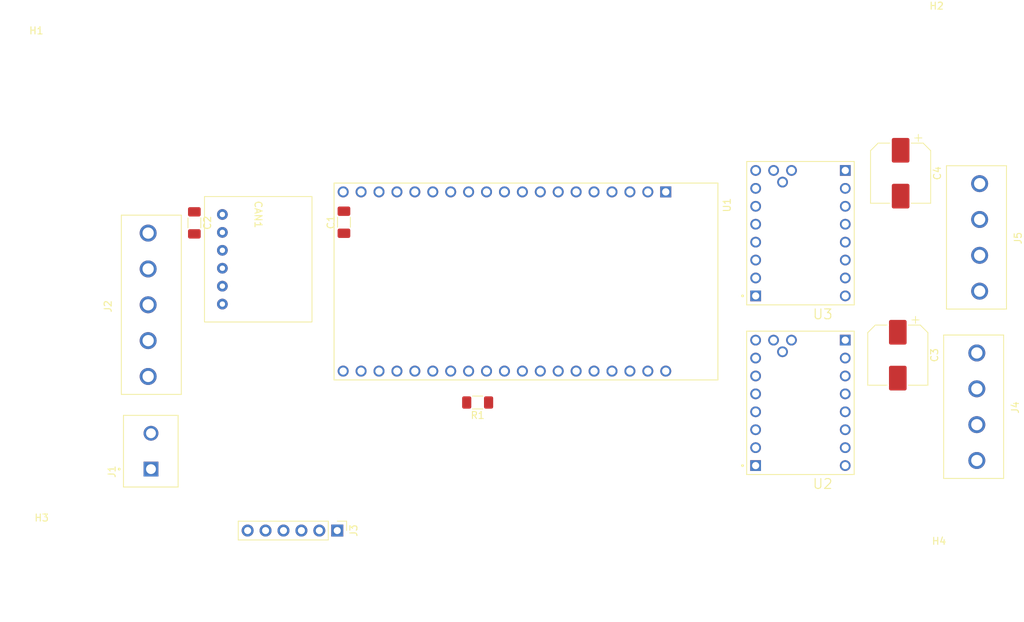
<source format=kicad_pcb>
(kicad_pcb (version 20211014) (generator pcbnew)
  (layers (0 "F.Cu" signal) (31 "B.Cu" signal) (34 "B.Paste" user) (35 "F.Paste" user) (36 "B.SilkS" user "B.Silkscreen") (37 "F.SilkS" user "F.Silkscreen") (38 "B.Mask" user) (39 "F.Mask" user) (44 "Edge.Cuts" user))
  (net 0 "")
  (net 1 "GND")
  (net 2 "+5V")
  (net 3 "+3V3")
  (net 4 "+24V")
  (net 5 "CAN_CTX")
  (net 6 "CAN_CRX")
  (net 7 "CANH")
  (net 8 "CANL")
  (net 11 "UART_DEBUG_TX")
  (net 12 "UART_DEBUG_RX")
  (net 14 "/ESP32_UART2_TX")
  (net 15 "ESP32_UART2_RX")
  (net 24 "INDEX1")
  (net 25 "DIAG_1")
  (net 30 "DIR_0")
  (net 31 "STEP_0")
  (net 34 "ENABLE_TMC")
  (net 35 "DIR_1")
  (net 36 "STEP_1")
  (net 37 "INDEX_0")
  (net 38 "DIAG_0")
  (net 45 "/M2B_0")
  (net 46 "/M2A_0")
  (net 47 "/M1A_0")
  (net 48 "/M1B_0")
  (net 52 "/M2B_1")
  (net 53 "/M2A_1")
  (net 54 "/M1A_1")
  (net 55 "/M1B_1")
  (net 57 "+12V")
  (footprint "MountingHole:MountingHole_4.3mm_M4" (layer "F.Cu") (at 84 134.9)
    (fp_text reference "H3" (at 0 -5.3) (layer "F.SilkS"))
    (fp_text value "MountingHole")
    (pad "" np_thru_hole circle (at 0 0) (size 4.3 4.3) (drill 4.3) (layers *.Cu *.Mask))
  )
  (footprint "Capacitor_SMD:C_1206_3216Metric_Pad1.33x1.80mm_HandSolder" (layer "F.Cu") (at 126.85 87.7 90)
    (fp_text reference "C1" (at 0 -1.85 90) (layer "F.SilkS"))
    (fp_text value "10uF")
    (fp_line (start -0.711252 -0.91) (end 0.711252 -0.91) (layer "F.SilkS") (width 0.12))
    (fp_line (start -0.711252 0.91) (end 0.711252 0.91) (layer "F.SilkS") (width 0.12))
    (pad "1" smd roundrect (at -1.5625 0 90) (size 1.325 1.8) (layers "F.Cu" "F.Paste" "F.Mask") (roundrect_rratio 0.188679) (net 1 "GND"))
    (pad "2" smd roundrect (at 1.5625 0 90) (size 1.325 1.8) (layers "F.Cu" "F.Paste" "F.Mask") (roundrect_rratio 0.188679) (net 2 "+5V"))
  )
  (footprint "MountingHole:MountingHole_4.3mm_M4" (layer "F.Cu") (at 83.25 65.85)
    (fp_text reference "H1" (at 0 -5.3) (layer "F.SilkS"))
    (fp_text value "MountingHole")
    (pad "" np_thru_hole circle (at 0 0) (size 4.3 4.3) (drill 4.3) (layers *.Cu *.Mask))
  )
  (footprint "MountingHole:MountingHole_4.3mm_M4" (layer "F.Cu") (at 210.85 62.35)
    (fp_text reference "H2" (at 0 -5.3) (layer "F.SilkS"))
    (fp_text value "MountingHole")
    (pad "" np_thru_hole circle (at 0 0) (size 4.3 4.3) (drill 4.3) (layers *.Cu *.Mask))
  )
  (footprint "TMC2209_SILENTSTEPSTICK:MODULE_TMC2209_SILENTSTEPSTICK" (layer "F.Cu") (at 191.55 113.3 180)
    (fp_text reference "U2" (at -3.155 -11.489) (layer "F.SilkS") (effects (font (size 1.4 1.4))))
    (fp_text value "TMC2209_SILENTSTEPSTICK")
    (fp_line (start 7.62 10.16) (end 7.62 -10.16) (layer "F.SilkS") (width 0.127))
    (fp_line (start -7.62 -10.16) (end -7.62 10.16) (layer "F.SilkS") (width 0.127))
    (fp_line (start -7.62 10.16) (end 7.62 10.16) (layer "F.SilkS") (width 0.127))
    (fp_line (start 7.62 -10.16) (end -7.62 -10.16) (layer "F.SilkS") (width 0.127))
    (fp_circle (center 8.21 -8.89) (end 8.31 -8.89) (layer "F.SilkS") (width 0.2) (fill none))
    (pad "JP1_1" thru_hole rect (at 6.35 -8.89 180) (size 1.524 1.524) (drill 1.016) (layers *.Cu *.Mask) (net 30 "DIR_0"))
    (pad "JP1_2" thru_hole circle (at 6.35 -6.35 180) (size 1.524 1.524) (drill 1.016) (layers *.Cu *.Mask) (net 31 "STEP_0"))
    (pad "JP1_3" thru_hole circle (at 6.35 -3.81 180) (size 1.524 1.524) (drill 1.016) (layers *.Cu *.Mask))
    (pad "JP1_4" thru_hole circle (at 6.35 -1.27 180) (size 1.524 1.524) (drill 1.016) (layers *.Cu *.Mask) (net 15 "ESP32_UART2_RX"))
    (pad "JP1_5" thru_hole circle (at 6.35 1.27 180) (size 1.524 1.524) (drill 1.016) (layers *.Cu *.Mask))
    (pad "JP1_6" thru_hole circle (at 6.35 3.81 180) (size 1.524 1.524) (drill 1.016) (layers *.Cu *.Mask) (net 1 "GND"))
    (pad "JP1_7" thru_hole circle (at 6.35 6.35 180) (size 1.524 1.524) (drill 1.016) (layers *.Cu *.Mask) (net 1 "GND"))
    (pad "JP1_8" thru_hole circle (at 6.35 8.89 180) (size 1.524 1.524) (drill 1.016) (layers *.Cu *.Mask) (net 34 "ENABLE_TMC"))
    (pad "JP2_1" thru_hole rect (at -6.35 8.89 180) (size 1.524 1.524) (drill 1.016) (layers *.Cu *.Mask) (net 4 "+24V"))
    (pad "JP2_2" thru_hole circle (at -6.35 6.35 180) (size 1.524 1.524) (drill 1.016) (layers *.Cu *.Mask) (net 1 "GND"))
    (pad "JP2_3" thru_hole circle (at -6.35 3.81 180) (size 1.524 1.524) (drill 1.016) (layers *.Cu *.Mask) (net 45 "/M2B_0"))
    (pad "JP2_4" thru_hole circle (at -6.35 1.27 180) (size 1.524 1.524) (drill 1.016) (layers *.Cu *.Mask) (net 46 "/M2A_0"))
    (pad "JP2_5" thru_hole circle (at -6.35 -1.27 180) (size 1.524 1.524) (drill 1.016) (layers *.Cu *.Mask) (net 47 "/M1A_0"))
    (pad "JP2_6" thru_hole circle (at -6.35 -3.81 180) (size 1.524 1.524) (drill 1.016) (layers *.Cu *.Mask) (net 48 "/M1B_0"))
    (pad "JP2_7" thru_hole circle (at -6.35 -6.35 180) (size 1.524 1.524) (drill 1.016) (layers *.Cu *.Mask) (net 3 "+3V3"))
    (pad "JP2_8" thru_hole circle (at -6.35 -8.89 180) (size 1.524 1.524) (drill 1.016) (layers *.Cu *.Mask) (net 1 "GND"))
    (pad "JP3_1" thru_hole circle (at 1.27 8.89 180) (size 1.524 1.524) (drill 1.016) (layers *.Cu *.Mask) (net 38 "DIAG_0"))
    (pad "JP3_2" thru_hole circle (at 3.81 8.89 180) (size 1.524 1.524) (drill 1.016) (layers *.Cu *.Mask) (net 37 "INDEX_0"))
    (pad "VREF" thru_hole circle (at 2.54 7.239 180) (size 1.524 1.524) (drill 1.016) (layers *.Cu *.Mask))
  )
  (footprint "SN65HVD230_Module:SN65HSV230_Module" (layer "F.Cu") (at 109.62 86.6 -90)
    (fp_text reference "CAN1" (at 0 -5.08 -90 unlocked) (layer "F.SilkS"))
    (fp_text value "SN65HVD230_Module")
    (fp_rect (start -2.54 2.54) (end 15.24 -12.7) (layer "F.SilkS") (width 0.12) (fill none))
    (pad "1" thru_hole circle (at 0 0 270) (size 1.524 1.524) (drill 0.762) (layers *.Cu *.Mask) (net 3 "+3V3"))
    (pad "2" thru_hole circle (at 2.54 0 270) (size 1.524 1.524) (drill 0.762) (layers *.Cu *.Mask) (net 1 "GND"))
    (pad "3" thru_hole circle (at 5.08 0 270) (size 1.524 1.524) (drill 0.762) (layers *.Cu *.Mask) (net 5 "CAN_CTX"))
    (pad "4" thru_hole circle (at 7.62 0 270) (size 1.524 1.524) (drill 0.762) (layers *.Cu *.Mask) (net 6 "CAN_CRX"))
    (pad "5" thru_hole circle (at 10.16 0 270) (size 1.524 1.524) (drill 0.762) (layers *.Cu *.Mask) (net 7 "CANH"))
    (pad "6" thru_hole circle (at 12.7 0 270) (size 1.524 1.524) (drill 0.762) (layers *.Cu *.Mask) (net 8 "CANL"))
  )
  (footprint "4 Position Terminal Block Header, Male, vertical:phoenix_4Pin_TerminalBlockHeader_male_vertical" (layer "F.Cu") (at 216.55 113.85 -90)
    (fp_text reference "J4" (at 0.109 -5.4435 90) (layer "F.SilkS"))
    (fp_text value "691311500004")
    (fp_line (start -10.16 -3.8) (end -10.16 4.7) (layer "F.SilkS") (width 0.127))
    (fp_line (start 10.16 4.7) (end 10.16 -3.8) (layer "F.SilkS") (width 0.127))
    (fp_line (start 10.16 -3.8) (end -10.16 -3.8) (layer "F.SilkS") (width 0.127))
    (fp_line (start -10.16 4.7) (end 10.16 4.7) (layer "F.SilkS") (width 0.127))
    (pad "1" thru_hole circle locked (at -7.62 0 270) (size 2.4 2.4) (drill 1.6) (layers *.Cu *.Mask) (net 46 "/M2A_0"))
    (pad "2" thru_hole circle locked (at -2.54 0 270) (size 2.4 2.4) (drill 1.6) (layers *.Cu *.Mask) (net 45 "/M2B_0"))
    (pad "3" thru_hole circle locked (at 2.54 0 270) (size 2.4 2.4) (drill 1.6) (layers *.Cu *.Mask) (net 47 "/M1A_0"))
    (pad "4" thru_hole circle locked (at 7.62 0 270) (size 2.4 2.4) (drill 1.6) (layers *.Cu *.Mask) (net 48 "/M1B_0"))
  )
  (footprint "Capacitor_SMD:CP_Elec_8x10" (layer "F.Cu") (at 205.35 106.5425 -90)
    (fp_text reference "C3" (at 0 -5.2 90) (layer "F.SilkS"))
    (fp_text value "100uF")
    (fp_line (start -3.195563 -4.26) (end 4.26 -4.26) (layer "F.SilkS") (width 0.12))
    (fp_line (start -4.26 3.195563) (end -3.195563 4.26) (layer "F.SilkS") (width 0.12))
    (fp_line (start -5.5 -2.51) (end -4.5 -2.51) (layer "F.SilkS") (width 0.12))
    (fp_line (start -5 -3.01) (end -5 -2.01) (layer "F.SilkS") (width 0.12))
    (fp_line (start -4.26 -3.195563) (end -4.26 -1.51) (layer "F.SilkS") (width 0.12))
    (fp_line (start -4.26 3.195563) (end -4.26 1.51) (layer "F.SilkS") (width 0.12))
    (fp_line (start 4.26 4.26) (end 4.26 1.51) (layer "F.SilkS") (width 0.12))
    (fp_line (start -3.195563 4.26) (end 4.26 4.26) (layer "F.SilkS") (width 0.12))
    (fp_line (start 4.26 -4.26) (end 4.26 -1.51) (layer "F.SilkS") (width 0.12))
    (fp_line (start -4.26 -3.195563) (end -3.195563 -4.26) (layer "F.SilkS") (width 0.12))
    (pad "1" smd roundrect (at -3.25 0 270) (size 3.5 2.5) (layers "F.Cu" "F.Paste" "F.Mask") (roundrect_rratio 0.1) (net 4 "+24V"))
    (pad "2" smd roundrect (at 3.25 0 270) (size 3.5 2.5) (layers "F.Cu" "F.Paste" "F.Mask") (roundrect_rratio 0.1) (net 1 "GND"))
  )
  (footprint "Capacitor_SMD:C_1206_3216Metric_Pad1.33x1.80mm_HandSolder" (layer "F.Cu") (at 105.65 87.7875 -90)
    (fp_text reference "C2" (at 0 -1.85 90) (layer "F.SilkS"))
    (fp_text value "10uF")
    (fp_line (start -0.711252 0.91) (end 0.711252 0.91) (layer "F.SilkS") (width 0.12))
    (fp_line (start -0.711252 -0.91) (end 0.711252 -0.91) (layer "F.SilkS") (width 0.12))
    (pad "1" smd roundrect (at -1.5625 0 270) (size 1.325 1.8) (layers "F.Cu" "F.Paste" "F.Mask") (roundrect_rratio 0.188679) (net 3 "+3V3"))
    (pad "2" smd roundrect (at 1.5625 0 270) (size 1.325 1.8) (layers "F.Cu" "F.Paste" "F.Mask") (roundrect_rratio 0.188679) (net 1 "GND"))
  )
  (footprint "MountingHole:MountingHole_4.3mm_M4" (layer "F.Cu") (at 211.2 138.2)
    (fp_text reference "H4" (at 0 -5.3) (layer "F.SilkS"))
    (fp_text value "MountingHole")
    (pad "" np_thru_hole circle (at 0 0) (size 4.3 4.3) (drill 4.3) (layers *.Cu *.Mask))
  )
  (footprint "4 Position Terminal Block Header, Male, vertical:phoenix_4Pin_TerminalBlockHeader_male_vertical" (layer "F.Cu") (at 216.95 89.85 -90)
    (fp_text reference "J5" (at 0.109 -5.4435 90) (layer "F.SilkS"))
    (fp_text value "691311500004")
    (fp_line (start -10.16 -3.8) (end -10.16 4.7) (layer "F.SilkS") (width 0.127))
    (fp_line (start 10.16 4.7) (end 10.16 -3.8) (layer "F.SilkS") (width 0.127))
    (fp_line (start 10.16 -3.8) (end -10.16 -3.8) (layer "F.SilkS") (width 0.127))
    (fp_line (start -10.16 4.7) (end 10.16 4.7) (layer "F.SilkS") (width 0.127))
    (pad "1" thru_hole circle locked (at -7.62 0 270) (size 2.4 2.4) (drill 1.6) (layers *.Cu *.Mask) (net 53 "/M2A_1"))
    (pad "2" thru_hole circle locked (at -2.54 0 270) (size 2.4 2.4) (drill 1.6) (layers *.Cu *.Mask) (net 52 "/M2B_1"))
    (pad "3" thru_hole circle locked (at 2.54 0 270) (size 2.4 2.4) (drill 1.6) (layers *.Cu *.Mask) (net 54 "/M1A_1"))
    (pad "4" thru_hole circle locked (at 7.62 0 270) (size 2.4 2.4) (drill 1.6) (layers *.Cu *.Mask) (net 55 "/M1B_1"))
  )
  (footprint "ESP32 DevKit:MODULE_ESP32-DEVKITC-32D" (layer "F.Cu") (at 152.7 96.1 -90)
    (fp_text reference "U1" (at -10.829175 -28.446045 90) (layer "F.SilkS") (effects (font (size 1.000386 1.000386))))
    (fp_text value "ESP32-DEVKITC-32D")
    (fp_line (start 13.95 27.25) (end -13.95 27.25) (layer "F.SilkS") (width 0.127))
    (fp_line (start -13.95 27.25) (end -13.95 -27.15) (layer "F.SilkS") (width 0.127))
    (fp_line (start -13.95 -27.15) (end 13.95 -27.15) (layer "F.SilkS") (width 0.127))
    (fp_line (start 13.95 -27.15) (end 13.95 27.25) (layer "F.SilkS") (width 0.127))
    (pad "1" thru_hole rect locked (at -12.7 -19.76 270) (size 1.56 1.56) (drill 1.04) (layers *.Cu *.Mask) (net 3 "+3V3"))
    (pad "2" thru_hole circle locked (at -12.7 -17.22 270) (size 1.56 1.56) (drill 1.04) (layers *.Cu *.Mask))
    (pad "3" thru_hole circle locked (at -12.7 -14.68 270) (size 1.56 1.56) (drill 1.04) (layers *.Cu *.Mask))
    (pad "4" thru_hole circle locked (at -12.7 -12.14 270) (size 1.56 1.56) (drill 1.04) (layers *.Cu *.Mask))
    (pad "5" thru_hole circle locked (at -12.7 -9.6 270) (size 1.56 1.56) (drill 1.04) (layers *.Cu *.Mask))
    (pad "6" thru_hole circle locked (at -12.7 -7.06 270) (size 1.56 1.56) (drill 1.04) (layers *.Cu *.Mask))
    (pad "7" thru_hole circle locked (at -12.7 -4.52 270) (size 1.56 1.56) (drill 1.04) (layers *.Cu *.Mask))
    (pad "8" thru_hole circle locked (at -12.7 -1.98 270) (size 1.56 1.56) (drill 1.04) (layers *.Cu *.Mask))
    (pad "9" thru_hole circle locked (at -12.7 0.56 270) (size 1.56 1.56) (drill 1.04) (layers *.Cu *.Mask) (net 11 "UART_DEBUG_TX"))
    (pad "10" thru_hole circle locked (at -12.7 3.1 270) (size 1.56 1.56) (drill 1.04) (layers *.Cu *.Mask) (net 12 "UART_DEBUG_RX"))
    (pad "11" thru_hole circle locked (at -12.7 5.64 270) (size 1.56 1.56) (drill 1.04) (layers *.Cu *.Mask))
    (pad "12" thru_hole circle locked (at -12.7 8.18 270) (size 1.56 1.56) (drill 1.04) (layers *.Cu *.Mask) (net 24 "INDEX1"))
    (pad "13" thru_hole circle locked (at -12.7 10.72 270) (size 1.56 1.56) (drill 1.04) (layers *.Cu *.Mask) (net 25 "DIAG_1"))
    (pad "14" thru_hole circle locked (at -12.7 13.26 270) (size 1.56 1.56) (drill 1.04) (layers *.Cu *.Mask) (net 1 "GND"))
    (pad "15" thru_hole circle locked (at -12.7 15.8 270) (size 1.56 1.56) (drill 1.04) (layers *.Cu *.Mask))
    (pad "16" thru_hole circle locked (at -12.7 18.34 270) (size 1.56 1.56) (drill 1.04) (layers *.Cu *.Mask))
    (pad "17" thru_hole circle locked (at -12.7 20.88 270) (size 1.56 1.56) (drill 1.04) (layers *.Cu *.Mask))
    (pad "18" thru_hole circle locked (at -12.7 23.42 270) (size 1.56 1.56) (drill 1.04) (layers *.Cu *.Mask))
    (pad "19" thru_hole circle locked (at -12.7 25.96 270) (size 1.56 1.56) (drill 1.04) (layers *.Cu *.Mask) (net 2 "+5V"))
    (pad "20" thru_hole circle locked (at 12.7 -19.76 270) (size 1.56 1.56) (drill 1.04) (layers *.Cu *.Mask) (net 1 "GND"))
    (pad "21" thru_hole circle locked (at 12.7 -17.22 270) (size 1.56 1.56) (drill 1.04) (layers *.Cu *.Mask) (net 30 "DIR_0"))
    (pad "22" thru_hole circle locked (at 12.7 -14.68 270) (size 1.56 1.56) (drill 1.04) (layers *.Cu *.Mask) (net 31 "STEP_0"))
    (pad "23" thru_hole circle locked (at 12.7 -12.14 270) (size 1.56 1.56) (drill 1.04) (layers *.Cu *.Mask))
    (pad "24" thru_hole circle locked (at 12.7 -9.6 270) (size 1.56 1.56) (drill 1.04) (layers *.Cu *.Mask))
    (pad "25" thru_hole circle locked (at 12.7 -7.06 270) (size 1.56 1.56) (drill 1.04) (layers *.Cu *.Mask) (net 34 "ENABLE_TMC"))
    (pad "26" thru_hole circle locked (at 12.7 -4.52 270) (size 1.56 1.56) (drill 1.04) (layers *.Cu *.Mask) (net 1 "GND"))
    (pad "27" thru_hole circle locked (at 12.7 -1.98 270) (size 1.56 1.56) (drill 1.04) (layers *.Cu *.Mask) (net 35 "DIR_1"))
    (pad "28" thru_hole circle locked (at 12.7 0.56 270) (size 1.56 1.56) (drill 1.04) (layers *.Cu *.Mask) (net 36 "STEP_1"))
    (pad "29" thru_hole circle locked (at 12.7 3.1 270) (size 1.56 1.56) (drill 1.04) (layers *.Cu *.Mask) (net 5 "CAN_CTX"))
    (pad "30" thru_hole circle locked (at 12.7 5.64 270) (size 1.56 1.56) (drill 1.04) (layers *.Cu *.Mask) (net 14 "/ESP32_UART2_TX"))
    (pad "31" thru_hole circle locked (at 12.7 8.18 270) (size 1.56 1.56) (drill 1.04) (layers *.Cu *.Mask) (net 15 "ESP32_UART2_RX"))
    (pad "32" thru_hole circle locked (at 12.7 10.72 270) (size 1.56 1.56) (drill 1.04) (layers *.Cu *.Mask) (net 6 "CAN_CRX"))
    (pad "33" thru_hole circle locked (at 12.7 13.26 270) (size 1.56 1.56) (drill 1.04) (layers *.Cu *.Mask) (net 37 "INDEX_0"))
    (pad "34" thru_hole circle locked (at 12.7 15.8 270) (size 1.56 1.56) (drill 1.04) (layers *.Cu *.Mask) (net 38 "DIAG_0"))
    (pad "35" thru_hole circle locked (at 12.7 18.34 270) (size 1.56 1.56) (drill 1.04) (layers *.Cu *.Mask))
    (pad "36" thru_hole circle locked (at 12.7 20.88 270) (size 1.56 1.56) (drill 1.04) (layers *.Cu *.Mask))
    (pad "37" thru_hole circle locked (at 12.7 23.42 270) (size 1.56 1.56) (drill 1.04) (layers *.Cu *.Mask))
    (pad "38" thru_hole circle locked (at 12.7 25.96 270) (size 1.56 1.56) (drill 1.04) (layers *.Cu *.Mask))
  )
  (footprint "2 Position Terminal Block Header, Male, vertical:phoenix_2Pin_TerminalBlockHeader_male_vertical" (layer "F.Cu") (at 99.5 120.15 90)
    (fp_text reference "J1" (at -2.905 -5.535 90) (layer "F.SilkS"))
    (fp_text value "282825-2")
    (fp_line (start 5.08 -3.9) (end 5.08 3.85) (layer "F.SilkS") (width 0.127))
    (fp_line (start -5.08 -3.9) (end 5.08 -3.9) (layer "F.SilkS") (width 0.127))
    (fp_line (start 5.08 3.85) (end -5.08 3.85) (layer "F.SilkS") (width 0.127))
    (fp_line (start -5.08 3.85) (end -5.08 -3.9) (layer "F.SilkS") (width 0.127))
    (fp_circle (center -2.54 -4.5) (end -2.44 -4.5) (layer "F.SilkS") (width 0.2) (fill none))
    (pad "1" thru_hole rect locked (at -2.54 0 90) (size 2.1 2.1) (drill 1.4) (layers *.Cu *.Mask) (net 4 "+24V"))
    (pad "2" thru_hole circle locked (at 2.54 0 90) (size 2.1 2.1) (drill 1.4) (layers *.Cu *.Mask) (net 1 "GND"))
  )
  (footprint "Connector_PinHeader_2.54mm:PinHeader_1x06_P2.54mm_Vertical" (layer "F.Cu") (at 125.9 131.4 -90)
    (fp_text reference "J3" (at 0 -2.33 90) (layer "F.SilkS"))
    (fp_text value "Conn_01x06_Female")
    (fp_line (start -1.33 -1.33) (end 0 -1.33) (layer "F.SilkS") (width 0.12))
    (fp_line (start -1.33 14.03) (end 1.33 14.03) (layer "F.SilkS") (width 0.12))
    (fp_line (start -1.33 0) (end -1.33 -1.33) (layer "F.SilkS") (width 0.12))
    (fp_line (start 1.33 1.27) (end 1.33 14.03) (layer "F.SilkS") (width 0.12))
    (fp_line (start -1.33 1.27) (end 1.33 1.27) (layer "F.SilkS") (width 0.12))
    (fp_line (start -1.33 1.27) (end -1.33 14.03) (layer "F.SilkS") (width 0.12))
    (pad "1" thru_hole rect (at 0 0 270) (size 1.7 1.7) (drill 1) (layers *.Cu *.Mask) (net 1 "GND"))
    (pad "2" thru_hole oval (at 0 2.54 270) (size 1.7 1.7) (drill 1) (layers *.Cu *.Mask))
    (pad "3" thru_hole oval (at 0 5.08 270) (size 1.7 1.7) (drill 1) (layers *.Cu *.Mask))
    (pad "4" thru_hole oval (at 0 7.62 270) (size 1.7 1.7) (drill 1) (layers *.Cu *.Mask) (net 11 "UART_DEBUG_TX"))
    (pad "5" thru_hole oval (at 0 10.16 270) (size 1.7 1.7) (drill 1) (layers *.Cu *.Mask) (net 12 "UART_DEBUG_RX"))
    (pad "6" thru_hole oval (at 0 12.7 270) (size 1.7 1.7) (drill 1) (layers *.Cu *.Mask))
  )
  (footprint "TMC2209_SILENTSTEPSTICK:MODULE_TMC2209_SILENTSTEPSTICK" (layer "F.Cu") (at 191.5575 89.25 180)
    (fp_text reference "U3" (at -3.155 -11.489) (layer "F.SilkS") (effects (font (size 1.4 1.4))))
    (fp_text value "TMC2209_SILENTSTEPSTICK")
    (fp_line (start 7.62 -10.16) (end -7.62 -10.16) (layer "F.SilkS") (width 0.127))
    (fp_line (start -7.62 10.16) (end 7.62 10.16) (layer "F.SilkS") (width 0.127))
    (fp_line (start -7.62 -10.16) (end -7.62 10.16) (layer "F.SilkS") (width 0.127))
    (fp_line (start 7.62 10.16) (end 7.62 -10.16) (layer "F.SilkS") (width 0.127))
    (fp_circle (center 8.21 -8.89) (end 8.31 -8.89) (layer "F.SilkS") (width 0.2) (fill none))
    (pad "JP1_1" thru_hole rect (at 6.35 -8.89 180) (size 1.524 1.524) (drill 1.016) (layers *.Cu *.Mask) (net 35 "DIR_1"))
    (pad "JP1_2" thru_hole circle (at 6.35 -6.35 180) (size 1.524 1.524) (drill 1.016) (layers *.Cu *.Mask) (net 36 "STEP_1"))
    (pad "JP1_3" thru_hole circle (at 6.35 -3.81 180) (size 1.524 1.524) (drill 1.016) (layers *.Cu *.Mask))
    (pad "JP1_4" thru_hole circle (at 6.35 -1.27 180) (size 1.524 1.524) (drill 1.016) (layers *.Cu *.Mask) (net 15 "ESP32_UART2_RX"))
    (pad "JP1_5" thru_hole circle (at 6.35 1.27 180) (size 1.524 1.524) (drill 1.016) (layers *.Cu *.Mask))
    (pad "JP1_6" thru_hole circle (at 6.35 3.81 180) (size 1.524 1.524) (drill 1.016) (layers *.Cu *.Mask) (net 1 "GND"))
    (pad "JP1_7" thru_hole circle (at 6.35 6.35 180) (size 1.524 1.524) (drill 1.016) (layers *.Cu *.Mask) (net 3 "+3V3"))
    (pad "JP1_8" thru_hole circle (at 6.35 8.89 180) (size 1.524 1.524) (drill 1.016) (layers *.Cu *.Mask) (net 34 "ENABLE_TMC"))
    (pad "JP2_1" thru_hole rect (at -6.35 8.89 180) (size 1.524 1.524) (drill 1.016) (layers *.Cu *.Mask) (net 4 "+24V"))
    (pad "JP2_2" thru_hole circle (at -6.35 6.35 180) (size 1.524 1.524) (drill 1.016) (layers *.Cu *.Mask) (net 1 "GND"))
    (pad "JP2_3" thru_hole circle (at -6.35 3.81 180) (size 1.524 1.524) (drill 1.016) (layers *.Cu *.Mask) (net 52 "/M2B_1"))
    (pad "JP2_4" thru_hole circle (at -6.35 1.27 180) (size 1.524 1.524) (drill 1.016) (layers *.Cu *.Mask) (net 53 "/M2A_1"))
    (pad "JP2_5" thru_hole circle (at -6.35 -1.27 180) (size 1.524 1.524) (drill 1.016) (layers *.Cu *.Mask) (net 54 "/M1A_1"))
    (pad "JP2_6" thru_hole circle (at -6.35 -3.81 180) (size 1.524 1.524) (drill 1.016) (layers *.Cu *.Mask) (net 55 "/M1B_1"))
    (pad "JP2_7" thru_hole circle (at -6.35 -6.35 180) (size 1.524 1.524) (drill 1.016) (layers *.Cu *.Mask) (net 3 "+3V3"))
    (pad "JP2_8" thru_hole circle (at -6.35 -8.89 180) (size 1.524 1.524) (drill 1.016) (layers *.Cu *.Mask) (net 1 "GND"))
    (pad "JP3_1" thru_hole circle (at 1.27 8.89 180) (size 1.524 1.524) (drill 1.016) (layers *.Cu *.Mask) (net 25 "DIAG_1"))
    (pad "JP3_2" thru_hole circle (at 3.81 8.89 180) (size 1.524 1.524) (drill 1.016) (layers *.Cu *.Mask) (net 24 "INDEX1"))
    (pad "VREF" thru_hole circle (at 2.54 7.239 180) (size 1.524 1.524) (drill 1.016) (layers *.Cu *.Mask))
  )
  (footprint "Resistor_SMD:R_1206_3216Metric_Pad1.30x1.75mm_HandSolder" (layer "F.Cu") (at 145.8 113.25 180)
    (fp_text reference "R1" (at 0 -1.82) (layer "F.SilkS"))
    (fp_text value "1k")
    (fp_line (start -0.727064 -0.91) (end 0.727064 -0.91) (layer "F.SilkS") (width 0.12))
    (fp_line (start -0.727064 0.91) (end 0.727064 0.91) (layer "F.SilkS") (width 0.12))
    (pad "1" smd roundrect (at -1.55 0 180) (size 1.3 1.75) (layers "F.Cu" "F.Paste" "F.Mask") (roundrect_rratio 0.192308) (net 14 "/ESP32_UART2_TX"))
    (pad "2" smd roundrect (at 1.55 0 180) (size 1.3 1.75) (layers "F.Cu" "F.Paste" "F.Mask") (roundrect_rratio 0.192308) (net 15 "ESP32_UART2_RX"))
  )
  (footprint "Capacitor_SMD:CP_Elec_8x10" (layer "F.Cu") (at 205.75 80.75 -90)
    (fp_text reference "C4" (at 0 -5.2 90) (layer "F.SilkS"))
    (fp_text value "100uF")
    (fp_line (start -4.26 3.195563) (end -4.26 1.51) (layer "F.SilkS") (width 0.12))
    (fp_line (start -4.26 3.195563) (end -3.195563 4.26) (layer "F.SilkS") (width 0.12))
    (fp_line (start -5.5 -2.51) (end -4.5 -2.51) (layer "F.SilkS") (width 0.12))
    (fp_line (start 4.26 4.26) (end 4.26 1.51) (layer "F.SilkS") (width 0.12))
    (fp_line (start 4.26 -4.26) (end 4.26 -1.51) (layer "F.SilkS") (width 0.12))
    (fp_line (start -3.195563 4.26) (end 4.26 4.26) (layer "F.SilkS") (width 0.12))
    (fp_line (start -5 -3.01) (end -5 -2.01) (layer "F.SilkS") (width 0.12))
    (fp_line (start -3.195563 -4.26) (end 4.26 -4.26) (layer "F.SilkS") (width 0.12))
    (fp_line (start -4.26 -3.195563) (end -4.26 -1.51) (layer "F.SilkS") (width 0.12))
    (fp_line (start -4.26 -3.195563) (end -3.195563 -4.26) (layer "F.SilkS") (width 0.12))
    (pad "1" smd roundrect (at -3.25 0 270) (size 3.5 2.5) (layers "F.Cu" "F.Paste" "F.Mask") (roundrect_rratio 0.1) (net 4 "+24V"))
    (pad "2" smd roundrect (at 3.25 0 270) (size 3.5 2.5) (layers "F.Cu" "F.Paste" "F.Mask") (roundrect_rratio 0.1) (net 1 "GND"))
  )
  (footprint "5 Position Terminal Block Header, Male, vertical:phoenix_5Pin_TerminalBlockHeader_male_vertical" (layer "F.Cu") (at 99.1 99.4 90)
    (fp_text reference "J2" (at -0.221 -5.6935 90) (layer "F.SilkS"))
    (fp_text value "691311500005")
    (fp_line (start 12.7 4.7) (end 12.7 -3.8) (layer "F.SilkS") (width 0.127))
    (fp_line (start -12.7 4.7) (end 12.7 4.7) (layer "F.SilkS") (width 0.127))
    (fp_line (start 12.7 -3.8) (end -12.7 -3.8) (layer "F.SilkS") (width 0.127))
    (fp_line (start -12.7 -3.8) (end -12.7 4.7) (layer "F.SilkS") (width 0.127))
    (pad "1" thru_hole circle locked (at -10.16 0 90) (size 2.4 2.4) (drill 1.6) (layers *.Cu *.Mask) (net 57 "+12V"))
    (pad "2" thru_hole circle locked (at -5.08 0 90) (size 2.4 2.4) (drill 1.6) (layers *.Cu *.Mask) (net 2 "+5V"))
    (pad "3" thru_hole circle locked (at 0 0 90) (size 2.4 2.4) (drill 1.6) (layers *.Cu *.Mask) (net 1 "GND"))
    (pad "4" thru_hole circle locked (at 5.08 0 90) (size 2.4 2.4) (drill 1.6) (layers *.Cu *.Mask) (net 8 "CANL"))
    (pad "5" thru_hole circle locked (at 10.16 0 90) (size 2.4 2.4) (drill 1.6) (layers *.Cu *.Mask) (net 7 "CANH"))
  )
)
</source>
